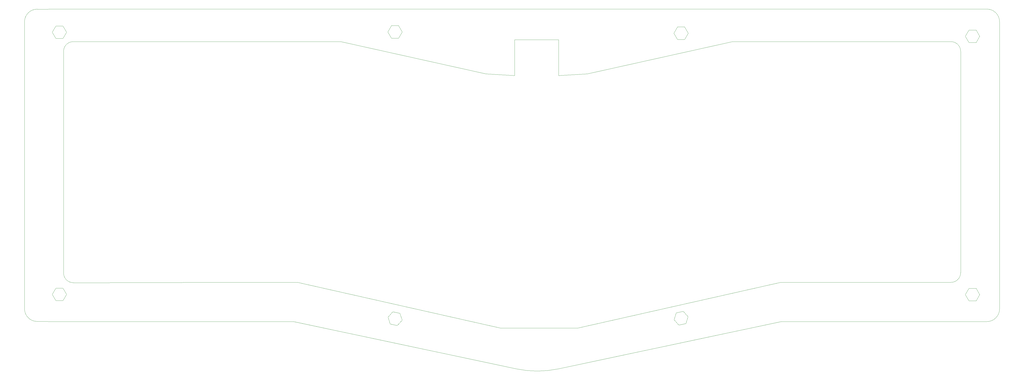
<source format=gbr>
%TF.GenerationSoftware,KiCad,Pcbnew,(5.1.9)-1*%
%TF.CreationDate,2021-03-21T16:42:14+01:00*%
%TF.ProjectId,mid,6d69642e-6b69-4636-9164-5f7063625858,rev?*%
%TF.SameCoordinates,Original*%
%TF.FileFunction,Profile,NP*%
%FSLAX46Y46*%
G04 Gerber Fmt 4.6, Leading zero omitted, Abs format (unit mm)*
G04 Created by KiCad (PCBNEW (5.1.9)-1) date 2021-03-21 16:42:14*
%MOMM*%
%LPD*%
G01*
G04 APERTURE LIST*
%TA.AperFunction,Profile*%
%ADD10C,0.100000*%
%TD*%
G04 APERTURE END LIST*
D10*
X-45466000Y-75057000D02*
X-45466000Y-154432000D01*
X15621000Y-158369000D02*
X46863000Y-158369000D01*
X121158000Y-76073000D02*
X132461000Y-76708000D01*
X-41148000Y-63373000D02*
X-41656000Y-63373000D01*
X-45466000Y-67183000D02*
X-45466000Y-68961000D01*
X218313000Y-63373000D02*
X161163000Y-76073000D01*
X157353000Y-176403000D02*
X142113000Y-176403000D01*
X126873000Y-176403000D02*
X142113000Y-176403000D01*
X-45466000Y-154432000D02*
X-45466000Y-154686000D01*
X304419000Y-158369000D02*
X304673000Y-158369000D01*
X-41656000Y-158496000D02*
G75*
G02*
X-45466000Y-154686000I0J3810000D01*
G01*
X46863000Y-158369000D02*
X126873000Y-176403000D01*
X-22352000Y-63373000D02*
X64008000Y-63373000D01*
X-45466000Y-68961000D02*
X-45466000Y-75057000D01*
X-22352000Y-63373000D02*
X-41148000Y-63373000D01*
X-41656000Y-158496000D02*
X15621000Y-158369000D01*
X308483000Y-154559000D02*
G75*
G02*
X304673000Y-158369000I-3810000J0D01*
G01*
X-45466000Y-67183000D02*
G75*
G02*
X-41656000Y-63373000I3810000J0D01*
G01*
X64008000Y-63373000D02*
X121158000Y-76073000D01*
X308483000Y-154178000D02*
X308483000Y-154559000D01*
X157353000Y-176403000D02*
X237363000Y-158369000D01*
X237363000Y-158369000D02*
X304419000Y-158369000D01*
X161163000Y-76073000D02*
X149860000Y-76708000D01*
X308483000Y-154178000D02*
X308483000Y-67183000D01*
X-44295000Y-59618172D02*
X-45720000Y-57150000D01*
X-49995000Y-163123172D02*
X-48570000Y-165591345D01*
X-45720000Y-62086345D02*
X-44295000Y-59618172D01*
X-48570000Y-62086345D02*
X-45720000Y-62086345D01*
X83856846Y-57047141D02*
X82431846Y-59515313D01*
X-48570000Y-57150000D02*
X-49995000Y-59618172D01*
X149860000Y-62611000D02*
X149860000Y-76708000D01*
X-49995000Y-59618172D02*
X-48570000Y-62086345D01*
X132461000Y-62611000D02*
X149860000Y-62611000D01*
X83387390Y-174747663D02*
X86175110Y-175340211D01*
X-45720000Y-57150000D02*
X-48570000Y-57150000D01*
X86175110Y-175340211D02*
X88082133Y-173222248D01*
X304673000Y-63373000D02*
X218313000Y-63373000D01*
X304673000Y-63373000D02*
G75*
G02*
X308483000Y-67183000I0J-3810000D01*
G01*
X-47283747Y-50517009D02*
X-35405587Y-50515313D01*
X199013860Y-169813177D02*
X196226140Y-170405725D01*
X-60880000Y-168656000D02*
X-60880000Y-55673000D01*
X83856846Y-61983486D02*
X86706846Y-61983486D01*
X200920883Y-171931139D02*
X199013860Y-169813177D01*
X314558162Y-160687141D02*
X311708162Y-160687141D01*
X196226140Y-170405725D02*
X195345441Y-173116236D01*
X310283162Y-61215313D02*
X311708162Y-63683486D01*
X311708162Y-63683486D02*
X314558162Y-63683486D01*
X84413714Y-169919189D02*
X82506691Y-172037152D01*
X82506691Y-172037152D02*
X83387390Y-174747663D01*
X195345441Y-173116236D02*
X197252464Y-175234199D01*
X323833162Y-55515313D02*
X323833162Y-168855313D01*
X88131846Y-59515313D02*
X86706846Y-57047141D01*
X135464411Y-50515313D02*
X147464411Y-50515313D01*
X-55753000Y-50546000D02*
X-47283747Y-50517009D01*
X-55753000Y-50546000D02*
X-55880000Y-50546000D01*
X-44295000Y-163123172D02*
X-45720000Y-160655000D01*
X-55880000Y-173800313D02*
G75*
G02*
X-60880000Y-168800313I0J5000000D01*
G01*
X-60880000Y-168656000D02*
X-60880000Y-168800313D01*
X-45720000Y-165591345D02*
X-44295000Y-163123172D01*
X-48570000Y-165591345D02*
X-45720000Y-165591345D01*
X-60880000Y-55546000D02*
G75*
G02*
X-55880000Y-50546000I5000000J0D01*
G01*
X-45720000Y-160655000D02*
X-48570000Y-160655000D01*
X-48570000Y-160655000D02*
X-49995000Y-163123172D01*
X-47270838Y-173871313D02*
X-55880000Y-173800313D01*
X88082133Y-173222248D02*
X87201434Y-170511737D01*
X314558162Y-63683486D02*
X315983162Y-61215313D01*
X-60880000Y-55546000D02*
X-60880000Y-55673000D01*
X-35405587Y-50515313D02*
X135464411Y-50515313D01*
X132461000Y-76708000D02*
X132461000Y-62611000D01*
X87201434Y-170511737D02*
X84413714Y-169919189D01*
X315983162Y-61215313D02*
X314558162Y-58747141D01*
X318833162Y-50515313D02*
G75*
G02*
X323833162Y-55515313I0J-5000000D01*
G01*
X147464411Y-50515313D02*
X318833162Y-50515313D01*
X86706846Y-57047141D02*
X83856846Y-57047141D01*
X311708162Y-160687141D02*
X310283162Y-163155313D01*
X200983162Y-60015313D02*
X199558162Y-57547141D01*
X195283162Y-60015313D02*
X196708162Y-62483486D01*
X310283162Y-163155313D02*
X311708162Y-165623486D01*
X311708162Y-58747141D02*
X310283162Y-61215313D01*
X314558162Y-58747141D02*
X311708162Y-58747141D01*
X45367991Y-173855313D02*
X-47270838Y-173871313D01*
X196708162Y-62483486D02*
X199558162Y-62483486D01*
X86706846Y-61983486D02*
X88131846Y-59515313D01*
X133147944Y-192513518D02*
X45367991Y-173855313D01*
X200040184Y-174641650D02*
X200920883Y-171931139D01*
X149780879Y-192513518D02*
G75*
G02*
X133147944Y-192513518I-8316467J39125904D01*
G01*
X199558162Y-57547141D02*
X196708162Y-57547141D01*
X196708162Y-57547141D02*
X195283162Y-60015313D01*
X237560833Y-173855313D02*
X149780880Y-192513518D01*
X311708162Y-165623486D02*
X314558162Y-165623486D01*
X197252464Y-175234199D02*
X200040184Y-174641650D01*
X82431846Y-59515313D02*
X83856846Y-61983486D01*
X323833162Y-168855313D02*
G75*
G02*
X318833162Y-173855313I-5000000J0D01*
G01*
X315983162Y-163155313D02*
X314558162Y-160687141D01*
X318833162Y-173855313D02*
X237560833Y-173855313D01*
X314558162Y-165623486D02*
X315983162Y-163155313D01*
X199558162Y-62483486D02*
X200983162Y-60015313D01*
M02*

</source>
